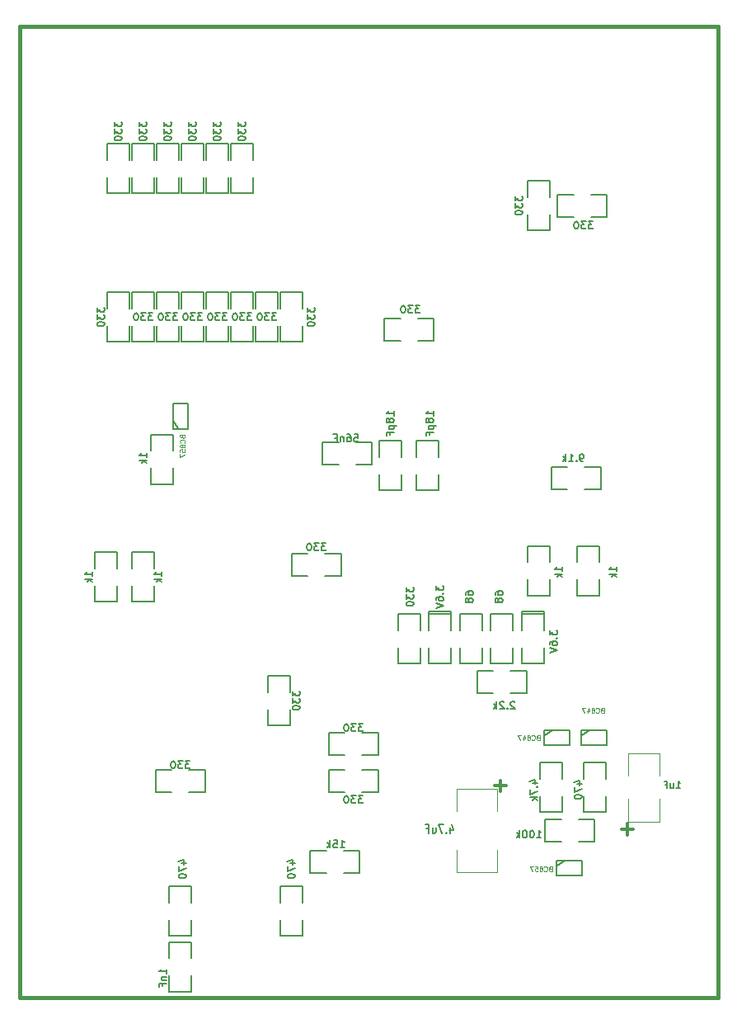
<source format=gbo>
G04 #@! TF.FileFunction,Legend,Bot*
%FSLAX46Y46*%
G04 Gerber Fmt 4.6, Leading zero omitted, Abs format (unit mm)*
G04 Created by KiCad (PCBNEW 4.0.5+dfsg1-4) date Wed May 24 13:42:23 2017*
%MOMM*%
%LPD*%
G01*
G04 APERTURE LIST*
%ADD10C,0.150000*%
%ADD11C,0.381000*%
%ADD12C,0.127000*%
%ADD13C,0.119380*%
%ADD14C,0.076200*%
%ADD15C,0.299720*%
G04 APERTURE END LIST*
D10*
D11*
X91440000Y-139700000D02*
X163195000Y-139700000D01*
X91440000Y-40005000D02*
X163195000Y-40005000D01*
X163195000Y-139700000D02*
X163195000Y-40005000D01*
X91440000Y-139700000D02*
X91440000Y-40005000D01*
D12*
X107188000Y-80518000D02*
X107696000Y-81280000D01*
X107188000Y-78740000D02*
X107188000Y-81343500D01*
X107188000Y-81343500D02*
X108712000Y-81343500D01*
X108712000Y-81343500D02*
X108712000Y-78740000D01*
X108712000Y-78740000D02*
X107188000Y-78740000D01*
X146177000Y-112268000D02*
X145415000Y-112776000D01*
X147955000Y-112268000D02*
X145351500Y-112268000D01*
X145351500Y-112268000D02*
X145351500Y-113792000D01*
X145351500Y-113792000D02*
X147955000Y-113792000D01*
X147955000Y-113792000D02*
X147955000Y-112268000D01*
X147447000Y-125603000D02*
X146685000Y-126111000D01*
X149225000Y-125603000D02*
X146621500Y-125603000D01*
X146621500Y-125603000D02*
X146621500Y-127127000D01*
X146621500Y-127127000D02*
X149225000Y-127127000D01*
X149225000Y-127127000D02*
X149225000Y-125603000D01*
X149987000Y-112268000D02*
X149225000Y-112776000D01*
X151765000Y-112268000D02*
X149161500Y-112268000D01*
X149161500Y-112268000D02*
X149161500Y-113792000D01*
X149161500Y-113792000D02*
X151765000Y-113792000D01*
X151765000Y-113792000D02*
X151765000Y-112268000D01*
X115443000Y-72390000D02*
X113157000Y-72390000D01*
X113157000Y-72390000D02*
X113157000Y-70739000D01*
X115443000Y-68961000D02*
X115443000Y-67310000D01*
X115443000Y-67310000D02*
X113157000Y-67310000D01*
X113157000Y-67310000D02*
X113157000Y-68961000D01*
X115443000Y-70739000D02*
X115443000Y-72390000D01*
X117983000Y-72390000D02*
X115697000Y-72390000D01*
X115697000Y-72390000D02*
X115697000Y-70739000D01*
X117983000Y-68961000D02*
X117983000Y-67310000D01*
X117983000Y-67310000D02*
X115697000Y-67310000D01*
X115697000Y-67310000D02*
X115697000Y-68961000D01*
X117983000Y-70739000D02*
X117983000Y-72390000D01*
X110363000Y-72390000D02*
X108077000Y-72390000D01*
X108077000Y-72390000D02*
X108077000Y-70739000D01*
X110363000Y-68961000D02*
X110363000Y-67310000D01*
X110363000Y-67310000D02*
X108077000Y-67310000D01*
X108077000Y-67310000D02*
X108077000Y-68961000D01*
X110363000Y-70739000D02*
X110363000Y-72390000D01*
X107823000Y-72390000D02*
X105537000Y-72390000D01*
X105537000Y-72390000D02*
X105537000Y-70739000D01*
X107823000Y-68961000D02*
X107823000Y-67310000D01*
X107823000Y-67310000D02*
X105537000Y-67310000D01*
X105537000Y-67310000D02*
X105537000Y-68961000D01*
X107823000Y-70739000D02*
X107823000Y-72390000D01*
X112903000Y-72390000D02*
X110617000Y-72390000D01*
X110617000Y-72390000D02*
X110617000Y-70739000D01*
X112903000Y-68961000D02*
X112903000Y-67310000D01*
X112903000Y-67310000D02*
X110617000Y-67310000D01*
X110617000Y-67310000D02*
X110617000Y-68961000D01*
X112903000Y-70739000D02*
X112903000Y-72390000D01*
X105283000Y-72390000D02*
X102997000Y-72390000D01*
X102997000Y-72390000D02*
X102997000Y-70739000D01*
X105283000Y-68961000D02*
X105283000Y-67310000D01*
X105283000Y-67310000D02*
X102997000Y-67310000D01*
X102997000Y-67310000D02*
X102997000Y-68961000D01*
X105283000Y-70739000D02*
X105283000Y-72390000D01*
X102743000Y-72390000D02*
X100457000Y-72390000D01*
X100457000Y-72390000D02*
X100457000Y-70739000D01*
X102743000Y-68961000D02*
X102743000Y-67310000D01*
X102743000Y-67310000D02*
X100457000Y-67310000D01*
X100457000Y-67310000D02*
X100457000Y-68961000D01*
X102743000Y-70739000D02*
X102743000Y-72390000D01*
X105283000Y-57150000D02*
X102997000Y-57150000D01*
X102997000Y-57150000D02*
X102997000Y-55499000D01*
X105283000Y-53721000D02*
X105283000Y-52070000D01*
X105283000Y-52070000D02*
X102997000Y-52070000D01*
X102997000Y-52070000D02*
X102997000Y-53721000D01*
X105283000Y-55499000D02*
X105283000Y-57150000D01*
X102743000Y-57150000D02*
X100457000Y-57150000D01*
X100457000Y-57150000D02*
X100457000Y-55499000D01*
X102743000Y-53721000D02*
X102743000Y-52070000D01*
X102743000Y-52070000D02*
X100457000Y-52070000D01*
X100457000Y-52070000D02*
X100457000Y-53721000D01*
X102743000Y-55499000D02*
X102743000Y-57150000D01*
X120523000Y-72390000D02*
X118237000Y-72390000D01*
X118237000Y-72390000D02*
X118237000Y-70739000D01*
X120523000Y-68961000D02*
X120523000Y-67310000D01*
X120523000Y-67310000D02*
X118237000Y-67310000D01*
X118237000Y-67310000D02*
X118237000Y-68961000D01*
X120523000Y-70739000D02*
X120523000Y-72390000D01*
X115443000Y-57150000D02*
X113157000Y-57150000D01*
X113157000Y-57150000D02*
X113157000Y-55499000D01*
X115443000Y-53721000D02*
X115443000Y-52070000D01*
X115443000Y-52070000D02*
X113157000Y-52070000D01*
X113157000Y-52070000D02*
X113157000Y-53721000D01*
X115443000Y-55499000D02*
X115443000Y-57150000D01*
X110363000Y-57150000D02*
X108077000Y-57150000D01*
X108077000Y-57150000D02*
X108077000Y-55499000D01*
X110363000Y-53721000D02*
X110363000Y-52070000D01*
X110363000Y-52070000D02*
X108077000Y-52070000D01*
X108077000Y-52070000D02*
X108077000Y-53721000D01*
X110363000Y-55499000D02*
X110363000Y-57150000D01*
X112903000Y-57150000D02*
X110617000Y-57150000D01*
X110617000Y-57150000D02*
X110617000Y-55499000D01*
X112903000Y-53721000D02*
X112903000Y-52070000D01*
X112903000Y-52070000D02*
X110617000Y-52070000D01*
X110617000Y-52070000D02*
X110617000Y-53721000D01*
X112903000Y-55499000D02*
X112903000Y-57150000D01*
X143637000Y-55880000D02*
X145923000Y-55880000D01*
X145923000Y-55880000D02*
X145923000Y-57531000D01*
X143637000Y-59309000D02*
X143637000Y-60960000D01*
X143637000Y-60960000D02*
X145923000Y-60960000D01*
X145923000Y-60960000D02*
X145923000Y-59309000D01*
X143637000Y-57531000D02*
X143637000Y-55880000D01*
X133985000Y-69977000D02*
X133985000Y-72263000D01*
X133985000Y-72263000D02*
X132334000Y-72263000D01*
X130556000Y-69977000D02*
X128905000Y-69977000D01*
X128905000Y-69977000D02*
X128905000Y-72263000D01*
X128905000Y-72263000D02*
X130556000Y-72263000D01*
X132334000Y-69977000D02*
X133985000Y-69977000D01*
X119253000Y-111760000D02*
X116967000Y-111760000D01*
X116967000Y-111760000D02*
X116967000Y-110109000D01*
X119253000Y-108331000D02*
X119253000Y-106680000D01*
X119253000Y-106680000D02*
X116967000Y-106680000D01*
X116967000Y-106680000D02*
X116967000Y-108331000D01*
X119253000Y-110109000D02*
X119253000Y-111760000D01*
X123190000Y-118618000D02*
X123190000Y-116332000D01*
X123190000Y-116332000D02*
X124841000Y-116332000D01*
X126619000Y-118618000D02*
X128270000Y-118618000D01*
X128270000Y-118618000D02*
X128270000Y-116332000D01*
X128270000Y-116332000D02*
X126619000Y-116332000D01*
X124841000Y-118618000D02*
X123190000Y-118618000D01*
X110490000Y-116332000D02*
X110490000Y-118618000D01*
X110490000Y-118618000D02*
X108839000Y-118618000D01*
X107061000Y-116332000D02*
X105410000Y-116332000D01*
X105410000Y-116332000D02*
X105410000Y-118618000D01*
X105410000Y-118618000D02*
X107061000Y-118618000D01*
X108839000Y-116332000D02*
X110490000Y-116332000D01*
X107823000Y-57150000D02*
X105537000Y-57150000D01*
X105537000Y-57150000D02*
X105537000Y-55499000D01*
X107823000Y-53721000D02*
X107823000Y-52070000D01*
X107823000Y-52070000D02*
X105537000Y-52070000D01*
X105537000Y-52070000D02*
X105537000Y-53721000D01*
X107823000Y-55499000D02*
X107823000Y-57150000D01*
X106807000Y-133985000D02*
X109093000Y-133985000D01*
X109093000Y-133985000D02*
X109093000Y-135636000D01*
X106807000Y-137414000D02*
X106807000Y-139065000D01*
X106807000Y-139065000D02*
X109093000Y-139065000D01*
X109093000Y-139065000D02*
X109093000Y-137414000D01*
X106807000Y-135636000D02*
X106807000Y-133985000D01*
X104902000Y-81915000D02*
X107188000Y-81915000D01*
X107188000Y-81915000D02*
X107188000Y-83566000D01*
X104902000Y-85344000D02*
X104902000Y-86995000D01*
X104902000Y-86995000D02*
X107188000Y-86995000D01*
X107188000Y-86995000D02*
X107188000Y-85344000D01*
X104902000Y-83566000D02*
X104902000Y-81915000D01*
D13*
X157175200Y-114609880D02*
X153974800Y-114609880D01*
X157175200Y-121610120D02*
X153974800Y-121610120D01*
X153969720Y-116913660D02*
X153969720Y-114627660D01*
X157180280Y-114627660D02*
X157180280Y-116913660D01*
X157180280Y-119308880D02*
X157180280Y-121594880D01*
X153969720Y-121594880D02*
X153969720Y-119308880D01*
D12*
X122555000Y-84963000D02*
X122555000Y-82677000D01*
X122555000Y-82677000D02*
X124206000Y-82677000D01*
X125984000Y-84963000D02*
X127635000Y-84963000D01*
X127635000Y-84963000D02*
X127635000Y-82677000D01*
X127635000Y-82677000D02*
X125984000Y-82677000D01*
X124206000Y-84963000D02*
X122555000Y-84963000D01*
D13*
X136329420Y-118254780D02*
X140530580Y-118254780D01*
X136329420Y-126855220D02*
X140530580Y-126855220D01*
X140535660Y-124551440D02*
X140535660Y-126837440D01*
X136324340Y-126837440D02*
X136324340Y-124551440D01*
X136324340Y-120556020D02*
X136324340Y-118270020D01*
X140535660Y-118272560D02*
X140535660Y-120558560D01*
D12*
X106807000Y-128270000D02*
X109093000Y-128270000D01*
X109093000Y-128270000D02*
X109093000Y-129921000D01*
X106807000Y-131699000D02*
X106807000Y-133350000D01*
X106807000Y-133350000D02*
X109093000Y-133350000D01*
X109093000Y-133350000D02*
X109093000Y-131699000D01*
X106807000Y-129921000D02*
X106807000Y-128270000D01*
X124460000Y-94107000D02*
X124460000Y-96393000D01*
X124460000Y-96393000D02*
X122809000Y-96393000D01*
X121031000Y-94107000D02*
X119380000Y-94107000D01*
X119380000Y-94107000D02*
X119380000Y-96393000D01*
X119380000Y-96393000D02*
X121031000Y-96393000D01*
X122809000Y-94107000D02*
X124460000Y-94107000D01*
X132207000Y-82550000D02*
X134493000Y-82550000D01*
X134493000Y-82550000D02*
X134493000Y-84201000D01*
X132207000Y-85979000D02*
X132207000Y-87630000D01*
X132207000Y-87630000D02*
X134493000Y-87630000D01*
X134493000Y-87630000D02*
X134493000Y-85979000D01*
X132207000Y-84201000D02*
X132207000Y-82550000D01*
X146050000Y-87503000D02*
X146050000Y-85217000D01*
X146050000Y-85217000D02*
X147701000Y-85217000D01*
X149479000Y-87503000D02*
X151130000Y-87503000D01*
X151130000Y-87503000D02*
X151130000Y-85217000D01*
X151130000Y-85217000D02*
X149479000Y-85217000D01*
X147701000Y-87503000D02*
X146050000Y-87503000D01*
X99187000Y-93980000D02*
X101473000Y-93980000D01*
X101473000Y-93980000D02*
X101473000Y-95631000D01*
X99187000Y-97409000D02*
X99187000Y-99060000D01*
X99187000Y-99060000D02*
X101473000Y-99060000D01*
X101473000Y-99060000D02*
X101473000Y-97409000D01*
X99187000Y-95631000D02*
X99187000Y-93980000D01*
X102997000Y-93980000D02*
X105283000Y-93980000D01*
X105283000Y-93980000D02*
X105283000Y-95631000D01*
X102997000Y-97409000D02*
X102997000Y-99060000D01*
X102997000Y-99060000D02*
X105283000Y-99060000D01*
X105283000Y-99060000D02*
X105283000Y-97409000D01*
X102997000Y-95631000D02*
X102997000Y-93980000D01*
X151638000Y-120650000D02*
X149352000Y-120650000D01*
X149352000Y-120650000D02*
X149352000Y-118999000D01*
X151638000Y-117221000D02*
X151638000Y-115570000D01*
X151638000Y-115570000D02*
X149352000Y-115570000D01*
X149352000Y-115570000D02*
X149352000Y-117221000D01*
X151638000Y-118999000D02*
X151638000Y-120650000D01*
X151003000Y-98425000D02*
X148717000Y-98425000D01*
X148717000Y-98425000D02*
X148717000Y-96774000D01*
X151003000Y-94996000D02*
X151003000Y-93345000D01*
X151003000Y-93345000D02*
X148717000Y-93345000D01*
X148717000Y-93345000D02*
X148717000Y-94996000D01*
X151003000Y-96774000D02*
X151003000Y-98425000D01*
X146685000Y-59563000D02*
X146685000Y-57277000D01*
X146685000Y-57277000D02*
X148336000Y-57277000D01*
X150114000Y-59563000D02*
X151765000Y-59563000D01*
X151765000Y-59563000D02*
X151765000Y-57277000D01*
X151765000Y-57277000D02*
X150114000Y-57277000D01*
X148336000Y-59563000D02*
X146685000Y-59563000D01*
X118237000Y-128270000D02*
X120523000Y-128270000D01*
X120523000Y-128270000D02*
X120523000Y-129921000D01*
X118237000Y-131699000D02*
X118237000Y-133350000D01*
X118237000Y-133350000D02*
X120523000Y-133350000D01*
X120523000Y-133350000D02*
X120523000Y-131699000D01*
X118237000Y-129921000D02*
X118237000Y-128270000D01*
X128270000Y-112522000D02*
X128270000Y-114808000D01*
X128270000Y-114808000D02*
X126619000Y-114808000D01*
X124841000Y-112522000D02*
X123190000Y-112522000D01*
X123190000Y-112522000D02*
X123190000Y-114808000D01*
X123190000Y-114808000D02*
X124841000Y-114808000D01*
X126619000Y-112522000D02*
X128270000Y-112522000D01*
X130302000Y-100330000D02*
X132588000Y-100330000D01*
X132588000Y-100330000D02*
X132588000Y-101981000D01*
X130302000Y-103759000D02*
X130302000Y-105410000D01*
X130302000Y-105410000D02*
X132588000Y-105410000D01*
X132588000Y-105410000D02*
X132588000Y-103759000D01*
X130302000Y-101981000D02*
X130302000Y-100330000D01*
X128397000Y-82550000D02*
X130683000Y-82550000D01*
X130683000Y-82550000D02*
X130683000Y-84201000D01*
X128397000Y-85979000D02*
X128397000Y-87630000D01*
X128397000Y-87630000D02*
X130683000Y-87630000D01*
X130683000Y-87630000D02*
X130683000Y-85979000D01*
X128397000Y-84201000D02*
X128397000Y-82550000D01*
X147193000Y-120650000D02*
X144907000Y-120650000D01*
X144907000Y-120650000D02*
X144907000Y-118999000D01*
X147193000Y-117221000D02*
X147193000Y-115570000D01*
X147193000Y-115570000D02*
X144907000Y-115570000D01*
X144907000Y-115570000D02*
X144907000Y-117221000D01*
X147193000Y-118999000D02*
X147193000Y-120650000D01*
X138938000Y-105410000D02*
X136652000Y-105410000D01*
X136652000Y-105410000D02*
X136652000Y-103759000D01*
X138938000Y-101981000D02*
X138938000Y-100330000D01*
X138938000Y-100330000D02*
X136652000Y-100330000D01*
X136652000Y-100330000D02*
X136652000Y-101981000D01*
X138938000Y-103759000D02*
X138938000Y-105410000D01*
X142113000Y-105410000D02*
X139827000Y-105410000D01*
X139827000Y-105410000D02*
X139827000Y-103759000D01*
X142113000Y-101981000D02*
X142113000Y-100330000D01*
X142113000Y-100330000D02*
X139827000Y-100330000D01*
X139827000Y-100330000D02*
X139827000Y-101981000D01*
X142113000Y-103759000D02*
X142113000Y-105410000D01*
X138430000Y-108458000D02*
X138430000Y-106172000D01*
X138430000Y-106172000D02*
X140081000Y-106172000D01*
X141859000Y-108458000D02*
X143510000Y-108458000D01*
X143510000Y-108458000D02*
X143510000Y-106172000D01*
X143510000Y-106172000D02*
X141859000Y-106172000D01*
X140081000Y-108458000D02*
X138430000Y-108458000D01*
X145923000Y-98425000D02*
X143637000Y-98425000D01*
X143637000Y-98425000D02*
X143637000Y-96774000D01*
X145923000Y-94996000D02*
X145923000Y-93345000D01*
X145923000Y-93345000D02*
X143637000Y-93345000D01*
X143637000Y-93345000D02*
X143637000Y-94996000D01*
X145923000Y-96774000D02*
X145923000Y-98425000D01*
X150495000Y-121412000D02*
X150495000Y-123698000D01*
X150495000Y-123698000D02*
X148844000Y-123698000D01*
X147066000Y-121412000D02*
X145415000Y-121412000D01*
X145415000Y-121412000D02*
X145415000Y-123698000D01*
X145415000Y-123698000D02*
X147066000Y-123698000D01*
X148844000Y-121412000D02*
X150495000Y-121412000D01*
X121285000Y-126873000D02*
X121285000Y-124587000D01*
X121285000Y-124587000D02*
X122936000Y-124587000D01*
X124714000Y-126873000D02*
X126365000Y-126873000D01*
X126365000Y-126873000D02*
X126365000Y-124587000D01*
X126365000Y-124587000D02*
X124714000Y-124587000D01*
X122936000Y-126873000D02*
X121285000Y-126873000D01*
X133477000Y-100330000D02*
X133477000Y-100076000D01*
X133477000Y-100076000D02*
X135763000Y-100076000D01*
X135763000Y-100076000D02*
X135763000Y-100330000D01*
X133477000Y-100330000D02*
X135763000Y-100330000D01*
X135763000Y-100330000D02*
X135763000Y-101981000D01*
X133477000Y-103759000D02*
X133477000Y-105410000D01*
X133477000Y-105410000D02*
X135763000Y-105410000D01*
X135763000Y-105410000D02*
X135763000Y-103759000D01*
X133477000Y-101981000D02*
X133477000Y-100330000D01*
X143002000Y-100330000D02*
X143002000Y-100076000D01*
X143002000Y-100076000D02*
X145288000Y-100076000D01*
X145288000Y-100076000D02*
X145288000Y-100330000D01*
X143002000Y-100330000D02*
X145288000Y-100330000D01*
X145288000Y-100330000D02*
X145288000Y-101981000D01*
X143002000Y-103759000D02*
X143002000Y-105410000D01*
X143002000Y-105410000D02*
X145288000Y-105410000D01*
X145288000Y-105410000D02*
X145288000Y-103759000D01*
X143002000Y-101981000D02*
X143002000Y-100330000D01*
D14*
X108168259Y-82128723D02*
X108192086Y-82200206D01*
X108215914Y-82224034D01*
X108263569Y-82247862D01*
X108335052Y-82247862D01*
X108382707Y-82224034D01*
X108406535Y-82200206D01*
X108430362Y-82152551D01*
X108430362Y-81961930D01*
X107929982Y-81961930D01*
X107929982Y-82128723D01*
X107953810Y-82176379D01*
X107977638Y-82200206D01*
X108025293Y-82224034D01*
X108072948Y-82224034D01*
X108120603Y-82200206D01*
X108144431Y-82176379D01*
X108168259Y-82128723D01*
X108168259Y-81961930D01*
X108382707Y-82748242D02*
X108406535Y-82724414D01*
X108430362Y-82652931D01*
X108430362Y-82605276D01*
X108406535Y-82533793D01*
X108358880Y-82486138D01*
X108311224Y-82462310D01*
X108215914Y-82438482D01*
X108144431Y-82438482D01*
X108049120Y-82462310D01*
X108001465Y-82486138D01*
X107953810Y-82533793D01*
X107929982Y-82605276D01*
X107929982Y-82652931D01*
X107953810Y-82724414D01*
X107977638Y-82748242D01*
X108144431Y-83034173D02*
X108120603Y-82986518D01*
X108096776Y-82962690D01*
X108049120Y-82938862D01*
X108025293Y-82938862D01*
X107977638Y-82962690D01*
X107953810Y-82986518D01*
X107929982Y-83034173D01*
X107929982Y-83129483D01*
X107953810Y-83177139D01*
X107977638Y-83200966D01*
X108025293Y-83224794D01*
X108049120Y-83224794D01*
X108096776Y-83200966D01*
X108120603Y-83177139D01*
X108144431Y-83129483D01*
X108144431Y-83034173D01*
X108168259Y-82986518D01*
X108192086Y-82962690D01*
X108239741Y-82938862D01*
X108335052Y-82938862D01*
X108382707Y-82962690D01*
X108406535Y-82986518D01*
X108430362Y-83034173D01*
X108430362Y-83129483D01*
X108406535Y-83177139D01*
X108382707Y-83200966D01*
X108335052Y-83224794D01*
X108239741Y-83224794D01*
X108192086Y-83200966D01*
X108168259Y-83177139D01*
X108144431Y-83129483D01*
X107929982Y-83677518D02*
X107929982Y-83439242D01*
X108168259Y-83415414D01*
X108144431Y-83439242D01*
X108120603Y-83486897D01*
X108120603Y-83606035D01*
X108144431Y-83653691D01*
X108168259Y-83677518D01*
X108215914Y-83701346D01*
X108335052Y-83701346D01*
X108382707Y-83677518D01*
X108406535Y-83653691D01*
X108430362Y-83606035D01*
X108430362Y-83486897D01*
X108406535Y-83439242D01*
X108382707Y-83415414D01*
X107929982Y-83868139D02*
X107929982Y-84201726D01*
X108430362Y-83987277D01*
X144693277Y-112994259D02*
X144621794Y-113018086D01*
X144597966Y-113041914D01*
X144574138Y-113089569D01*
X144574138Y-113161052D01*
X144597966Y-113208707D01*
X144621794Y-113232535D01*
X144669449Y-113256362D01*
X144860070Y-113256362D01*
X144860070Y-112755982D01*
X144693277Y-112755982D01*
X144645621Y-112779810D01*
X144621794Y-112803638D01*
X144597966Y-112851293D01*
X144597966Y-112898948D01*
X144621794Y-112946603D01*
X144645621Y-112970431D01*
X144693277Y-112994259D01*
X144860070Y-112994259D01*
X144073758Y-113208707D02*
X144097586Y-113232535D01*
X144169069Y-113256362D01*
X144216724Y-113256362D01*
X144288207Y-113232535D01*
X144335862Y-113184880D01*
X144359690Y-113137224D01*
X144383518Y-113041914D01*
X144383518Y-112970431D01*
X144359690Y-112875120D01*
X144335862Y-112827465D01*
X144288207Y-112779810D01*
X144216724Y-112755982D01*
X144169069Y-112755982D01*
X144097586Y-112779810D01*
X144073758Y-112803638D01*
X143787827Y-112970431D02*
X143835482Y-112946603D01*
X143859310Y-112922776D01*
X143883138Y-112875120D01*
X143883138Y-112851293D01*
X143859310Y-112803638D01*
X143835482Y-112779810D01*
X143787827Y-112755982D01*
X143692517Y-112755982D01*
X143644861Y-112779810D01*
X143621034Y-112803638D01*
X143597206Y-112851293D01*
X143597206Y-112875120D01*
X143621034Y-112922776D01*
X143644861Y-112946603D01*
X143692517Y-112970431D01*
X143787827Y-112970431D01*
X143835482Y-112994259D01*
X143859310Y-113018086D01*
X143883138Y-113065741D01*
X143883138Y-113161052D01*
X143859310Y-113208707D01*
X143835482Y-113232535D01*
X143787827Y-113256362D01*
X143692517Y-113256362D01*
X143644861Y-113232535D01*
X143621034Y-113208707D01*
X143597206Y-113161052D01*
X143597206Y-113065741D01*
X143621034Y-113018086D01*
X143644861Y-112994259D01*
X143692517Y-112970431D01*
X143168309Y-112922776D02*
X143168309Y-113256362D01*
X143287447Y-112732155D02*
X143406586Y-113089569D01*
X143096826Y-113089569D01*
X142953861Y-112755982D02*
X142620274Y-112755982D01*
X142834723Y-113256362D01*
X145963277Y-126456259D02*
X145891794Y-126480086D01*
X145867966Y-126503914D01*
X145844138Y-126551569D01*
X145844138Y-126623052D01*
X145867966Y-126670707D01*
X145891794Y-126694535D01*
X145939449Y-126718362D01*
X146130070Y-126718362D01*
X146130070Y-126217982D01*
X145963277Y-126217982D01*
X145915621Y-126241810D01*
X145891794Y-126265638D01*
X145867966Y-126313293D01*
X145867966Y-126360948D01*
X145891794Y-126408603D01*
X145915621Y-126432431D01*
X145963277Y-126456259D01*
X146130070Y-126456259D01*
X145343758Y-126670707D02*
X145367586Y-126694535D01*
X145439069Y-126718362D01*
X145486724Y-126718362D01*
X145558207Y-126694535D01*
X145605862Y-126646880D01*
X145629690Y-126599224D01*
X145653518Y-126503914D01*
X145653518Y-126432431D01*
X145629690Y-126337120D01*
X145605862Y-126289465D01*
X145558207Y-126241810D01*
X145486724Y-126217982D01*
X145439069Y-126217982D01*
X145367586Y-126241810D01*
X145343758Y-126265638D01*
X145057827Y-126432431D02*
X145105482Y-126408603D01*
X145129310Y-126384776D01*
X145153138Y-126337120D01*
X145153138Y-126313293D01*
X145129310Y-126265638D01*
X145105482Y-126241810D01*
X145057827Y-126217982D01*
X144962517Y-126217982D01*
X144914861Y-126241810D01*
X144891034Y-126265638D01*
X144867206Y-126313293D01*
X144867206Y-126337120D01*
X144891034Y-126384776D01*
X144914861Y-126408603D01*
X144962517Y-126432431D01*
X145057827Y-126432431D01*
X145105482Y-126456259D01*
X145129310Y-126480086D01*
X145153138Y-126527741D01*
X145153138Y-126623052D01*
X145129310Y-126670707D01*
X145105482Y-126694535D01*
X145057827Y-126718362D01*
X144962517Y-126718362D01*
X144914861Y-126694535D01*
X144891034Y-126670707D01*
X144867206Y-126623052D01*
X144867206Y-126527741D01*
X144891034Y-126480086D01*
X144914861Y-126456259D01*
X144962517Y-126432431D01*
X144414482Y-126217982D02*
X144652758Y-126217982D01*
X144676586Y-126456259D01*
X144652758Y-126432431D01*
X144605103Y-126408603D01*
X144485965Y-126408603D01*
X144438309Y-126432431D01*
X144414482Y-126456259D01*
X144390654Y-126503914D01*
X144390654Y-126623052D01*
X144414482Y-126670707D01*
X144438309Y-126694535D01*
X144485965Y-126718362D01*
X144605103Y-126718362D01*
X144652758Y-126694535D01*
X144676586Y-126670707D01*
X144223861Y-126217982D02*
X143890274Y-126217982D01*
X144104723Y-126718362D01*
X151297277Y-110200259D02*
X151225794Y-110224086D01*
X151201966Y-110247914D01*
X151178138Y-110295569D01*
X151178138Y-110367052D01*
X151201966Y-110414707D01*
X151225794Y-110438535D01*
X151273449Y-110462362D01*
X151464070Y-110462362D01*
X151464070Y-109961982D01*
X151297277Y-109961982D01*
X151249621Y-109985810D01*
X151225794Y-110009638D01*
X151201966Y-110057293D01*
X151201966Y-110104948D01*
X151225794Y-110152603D01*
X151249621Y-110176431D01*
X151297277Y-110200259D01*
X151464070Y-110200259D01*
X150677758Y-110414707D02*
X150701586Y-110438535D01*
X150773069Y-110462362D01*
X150820724Y-110462362D01*
X150892207Y-110438535D01*
X150939862Y-110390880D01*
X150963690Y-110343224D01*
X150987518Y-110247914D01*
X150987518Y-110176431D01*
X150963690Y-110081120D01*
X150939862Y-110033465D01*
X150892207Y-109985810D01*
X150820724Y-109961982D01*
X150773069Y-109961982D01*
X150701586Y-109985810D01*
X150677758Y-110009638D01*
X150391827Y-110176431D02*
X150439482Y-110152603D01*
X150463310Y-110128776D01*
X150487138Y-110081120D01*
X150487138Y-110057293D01*
X150463310Y-110009638D01*
X150439482Y-109985810D01*
X150391827Y-109961982D01*
X150296517Y-109961982D01*
X150248861Y-109985810D01*
X150225034Y-110009638D01*
X150201206Y-110057293D01*
X150201206Y-110081120D01*
X150225034Y-110128776D01*
X150248861Y-110152603D01*
X150296517Y-110176431D01*
X150391827Y-110176431D01*
X150439482Y-110200259D01*
X150463310Y-110224086D01*
X150487138Y-110271741D01*
X150487138Y-110367052D01*
X150463310Y-110414707D01*
X150439482Y-110438535D01*
X150391827Y-110462362D01*
X150296517Y-110462362D01*
X150248861Y-110438535D01*
X150225034Y-110414707D01*
X150201206Y-110367052D01*
X150201206Y-110271741D01*
X150225034Y-110224086D01*
X150248861Y-110200259D01*
X150296517Y-110176431D01*
X149772309Y-110128776D02*
X149772309Y-110462362D01*
X149891447Y-109938155D02*
X150010586Y-110295569D01*
X149700826Y-110295569D01*
X149557861Y-109961982D02*
X149224274Y-109961982D01*
X149438723Y-110462362D01*
D12*
X115279714Y-69432714D02*
X114808000Y-69432714D01*
X115062000Y-69723000D01*
X114953142Y-69723000D01*
X114880571Y-69759286D01*
X114844285Y-69795571D01*
X114808000Y-69868143D01*
X114808000Y-70049571D01*
X114844285Y-70122143D01*
X114880571Y-70158429D01*
X114953142Y-70194714D01*
X115170857Y-70194714D01*
X115243428Y-70158429D01*
X115279714Y-70122143D01*
X114554000Y-69432714D02*
X114082286Y-69432714D01*
X114336286Y-69723000D01*
X114227428Y-69723000D01*
X114154857Y-69759286D01*
X114118571Y-69795571D01*
X114082286Y-69868143D01*
X114082286Y-70049571D01*
X114118571Y-70122143D01*
X114154857Y-70158429D01*
X114227428Y-70194714D01*
X114445143Y-70194714D01*
X114517714Y-70158429D01*
X114554000Y-70122143D01*
X113610572Y-69432714D02*
X113538000Y-69432714D01*
X113465429Y-69469000D01*
X113429143Y-69505286D01*
X113392857Y-69577857D01*
X113356572Y-69723000D01*
X113356572Y-69904429D01*
X113392857Y-70049571D01*
X113429143Y-70122143D01*
X113465429Y-70158429D01*
X113538000Y-70194714D01*
X113610572Y-70194714D01*
X113683143Y-70158429D01*
X113719429Y-70122143D01*
X113755714Y-70049571D01*
X113792000Y-69904429D01*
X113792000Y-69723000D01*
X113755714Y-69577857D01*
X113719429Y-69505286D01*
X113683143Y-69469000D01*
X113610572Y-69432714D01*
X117819714Y-69432714D02*
X117348000Y-69432714D01*
X117602000Y-69723000D01*
X117493142Y-69723000D01*
X117420571Y-69759286D01*
X117384285Y-69795571D01*
X117348000Y-69868143D01*
X117348000Y-70049571D01*
X117384285Y-70122143D01*
X117420571Y-70158429D01*
X117493142Y-70194714D01*
X117710857Y-70194714D01*
X117783428Y-70158429D01*
X117819714Y-70122143D01*
X117094000Y-69432714D02*
X116622286Y-69432714D01*
X116876286Y-69723000D01*
X116767428Y-69723000D01*
X116694857Y-69759286D01*
X116658571Y-69795571D01*
X116622286Y-69868143D01*
X116622286Y-70049571D01*
X116658571Y-70122143D01*
X116694857Y-70158429D01*
X116767428Y-70194714D01*
X116985143Y-70194714D01*
X117057714Y-70158429D01*
X117094000Y-70122143D01*
X116150572Y-69432714D02*
X116078000Y-69432714D01*
X116005429Y-69469000D01*
X115969143Y-69505286D01*
X115932857Y-69577857D01*
X115896572Y-69723000D01*
X115896572Y-69904429D01*
X115932857Y-70049571D01*
X115969143Y-70122143D01*
X116005429Y-70158429D01*
X116078000Y-70194714D01*
X116150572Y-70194714D01*
X116223143Y-70158429D01*
X116259429Y-70122143D01*
X116295714Y-70049571D01*
X116332000Y-69904429D01*
X116332000Y-69723000D01*
X116295714Y-69577857D01*
X116259429Y-69505286D01*
X116223143Y-69469000D01*
X116150572Y-69432714D01*
X110199714Y-69432714D02*
X109728000Y-69432714D01*
X109982000Y-69723000D01*
X109873142Y-69723000D01*
X109800571Y-69759286D01*
X109764285Y-69795571D01*
X109728000Y-69868143D01*
X109728000Y-70049571D01*
X109764285Y-70122143D01*
X109800571Y-70158429D01*
X109873142Y-70194714D01*
X110090857Y-70194714D01*
X110163428Y-70158429D01*
X110199714Y-70122143D01*
X109474000Y-69432714D02*
X109002286Y-69432714D01*
X109256286Y-69723000D01*
X109147428Y-69723000D01*
X109074857Y-69759286D01*
X109038571Y-69795571D01*
X109002286Y-69868143D01*
X109002286Y-70049571D01*
X109038571Y-70122143D01*
X109074857Y-70158429D01*
X109147428Y-70194714D01*
X109365143Y-70194714D01*
X109437714Y-70158429D01*
X109474000Y-70122143D01*
X108530572Y-69432714D02*
X108458000Y-69432714D01*
X108385429Y-69469000D01*
X108349143Y-69505286D01*
X108312857Y-69577857D01*
X108276572Y-69723000D01*
X108276572Y-69904429D01*
X108312857Y-70049571D01*
X108349143Y-70122143D01*
X108385429Y-70158429D01*
X108458000Y-70194714D01*
X108530572Y-70194714D01*
X108603143Y-70158429D01*
X108639429Y-70122143D01*
X108675714Y-70049571D01*
X108712000Y-69904429D01*
X108712000Y-69723000D01*
X108675714Y-69577857D01*
X108639429Y-69505286D01*
X108603143Y-69469000D01*
X108530572Y-69432714D01*
X107659714Y-69432714D02*
X107188000Y-69432714D01*
X107442000Y-69723000D01*
X107333142Y-69723000D01*
X107260571Y-69759286D01*
X107224285Y-69795571D01*
X107188000Y-69868143D01*
X107188000Y-70049571D01*
X107224285Y-70122143D01*
X107260571Y-70158429D01*
X107333142Y-70194714D01*
X107550857Y-70194714D01*
X107623428Y-70158429D01*
X107659714Y-70122143D01*
X106934000Y-69432714D02*
X106462286Y-69432714D01*
X106716286Y-69723000D01*
X106607428Y-69723000D01*
X106534857Y-69759286D01*
X106498571Y-69795571D01*
X106462286Y-69868143D01*
X106462286Y-70049571D01*
X106498571Y-70122143D01*
X106534857Y-70158429D01*
X106607428Y-70194714D01*
X106825143Y-70194714D01*
X106897714Y-70158429D01*
X106934000Y-70122143D01*
X105990572Y-69432714D02*
X105918000Y-69432714D01*
X105845429Y-69469000D01*
X105809143Y-69505286D01*
X105772857Y-69577857D01*
X105736572Y-69723000D01*
X105736572Y-69904429D01*
X105772857Y-70049571D01*
X105809143Y-70122143D01*
X105845429Y-70158429D01*
X105918000Y-70194714D01*
X105990572Y-70194714D01*
X106063143Y-70158429D01*
X106099429Y-70122143D01*
X106135714Y-70049571D01*
X106172000Y-69904429D01*
X106172000Y-69723000D01*
X106135714Y-69577857D01*
X106099429Y-69505286D01*
X106063143Y-69469000D01*
X105990572Y-69432714D01*
X112739714Y-69432714D02*
X112268000Y-69432714D01*
X112522000Y-69723000D01*
X112413142Y-69723000D01*
X112340571Y-69759286D01*
X112304285Y-69795571D01*
X112268000Y-69868143D01*
X112268000Y-70049571D01*
X112304285Y-70122143D01*
X112340571Y-70158429D01*
X112413142Y-70194714D01*
X112630857Y-70194714D01*
X112703428Y-70158429D01*
X112739714Y-70122143D01*
X112014000Y-69432714D02*
X111542286Y-69432714D01*
X111796286Y-69723000D01*
X111687428Y-69723000D01*
X111614857Y-69759286D01*
X111578571Y-69795571D01*
X111542286Y-69868143D01*
X111542286Y-70049571D01*
X111578571Y-70122143D01*
X111614857Y-70158429D01*
X111687428Y-70194714D01*
X111905143Y-70194714D01*
X111977714Y-70158429D01*
X112014000Y-70122143D01*
X111070572Y-69432714D02*
X110998000Y-69432714D01*
X110925429Y-69469000D01*
X110889143Y-69505286D01*
X110852857Y-69577857D01*
X110816572Y-69723000D01*
X110816572Y-69904429D01*
X110852857Y-70049571D01*
X110889143Y-70122143D01*
X110925429Y-70158429D01*
X110998000Y-70194714D01*
X111070572Y-70194714D01*
X111143143Y-70158429D01*
X111179429Y-70122143D01*
X111215714Y-70049571D01*
X111252000Y-69904429D01*
X111252000Y-69723000D01*
X111215714Y-69577857D01*
X111179429Y-69505286D01*
X111143143Y-69469000D01*
X111070572Y-69432714D01*
X105119714Y-69432714D02*
X104648000Y-69432714D01*
X104902000Y-69723000D01*
X104793142Y-69723000D01*
X104720571Y-69759286D01*
X104684285Y-69795571D01*
X104648000Y-69868143D01*
X104648000Y-70049571D01*
X104684285Y-70122143D01*
X104720571Y-70158429D01*
X104793142Y-70194714D01*
X105010857Y-70194714D01*
X105083428Y-70158429D01*
X105119714Y-70122143D01*
X104394000Y-69432714D02*
X103922286Y-69432714D01*
X104176286Y-69723000D01*
X104067428Y-69723000D01*
X103994857Y-69759286D01*
X103958571Y-69795571D01*
X103922286Y-69868143D01*
X103922286Y-70049571D01*
X103958571Y-70122143D01*
X103994857Y-70158429D01*
X104067428Y-70194714D01*
X104285143Y-70194714D01*
X104357714Y-70158429D01*
X104394000Y-70122143D01*
X103450572Y-69432714D02*
X103378000Y-69432714D01*
X103305429Y-69469000D01*
X103269143Y-69505286D01*
X103232857Y-69577857D01*
X103196572Y-69723000D01*
X103196572Y-69904429D01*
X103232857Y-70049571D01*
X103269143Y-70122143D01*
X103305429Y-70158429D01*
X103378000Y-70194714D01*
X103450572Y-70194714D01*
X103523143Y-70158429D01*
X103559429Y-70122143D01*
X103595714Y-70049571D01*
X103632000Y-69904429D01*
X103632000Y-69723000D01*
X103595714Y-69577857D01*
X103559429Y-69505286D01*
X103523143Y-69469000D01*
X103450572Y-69432714D01*
X99404714Y-68870286D02*
X99404714Y-69342000D01*
X99695000Y-69088000D01*
X99695000Y-69196858D01*
X99731286Y-69269429D01*
X99767571Y-69305715D01*
X99840143Y-69342000D01*
X100021571Y-69342000D01*
X100094143Y-69305715D01*
X100130429Y-69269429D01*
X100166714Y-69196858D01*
X100166714Y-68979143D01*
X100130429Y-68906572D01*
X100094143Y-68870286D01*
X99404714Y-69596000D02*
X99404714Y-70067714D01*
X99695000Y-69813714D01*
X99695000Y-69922572D01*
X99731286Y-69995143D01*
X99767571Y-70031429D01*
X99840143Y-70067714D01*
X100021571Y-70067714D01*
X100094143Y-70031429D01*
X100130429Y-69995143D01*
X100166714Y-69922572D01*
X100166714Y-69704857D01*
X100130429Y-69632286D01*
X100094143Y-69596000D01*
X99404714Y-70539428D02*
X99404714Y-70612000D01*
X99441000Y-70684571D01*
X99477286Y-70720857D01*
X99549857Y-70757143D01*
X99695000Y-70793428D01*
X99876429Y-70793428D01*
X100021571Y-70757143D01*
X100094143Y-70720857D01*
X100130429Y-70684571D01*
X100166714Y-70612000D01*
X100166714Y-70539428D01*
X100130429Y-70466857D01*
X100094143Y-70430571D01*
X100021571Y-70394286D01*
X99876429Y-70358000D01*
X99695000Y-70358000D01*
X99549857Y-70394286D01*
X99477286Y-70430571D01*
X99441000Y-70466857D01*
X99404714Y-70539428D01*
X103722714Y-49820286D02*
X103722714Y-50292000D01*
X104013000Y-50038000D01*
X104013000Y-50146858D01*
X104049286Y-50219429D01*
X104085571Y-50255715D01*
X104158143Y-50292000D01*
X104339571Y-50292000D01*
X104412143Y-50255715D01*
X104448429Y-50219429D01*
X104484714Y-50146858D01*
X104484714Y-49929143D01*
X104448429Y-49856572D01*
X104412143Y-49820286D01*
X103722714Y-50546000D02*
X103722714Y-51017714D01*
X104013000Y-50763714D01*
X104013000Y-50872572D01*
X104049286Y-50945143D01*
X104085571Y-50981429D01*
X104158143Y-51017714D01*
X104339571Y-51017714D01*
X104412143Y-50981429D01*
X104448429Y-50945143D01*
X104484714Y-50872572D01*
X104484714Y-50654857D01*
X104448429Y-50582286D01*
X104412143Y-50546000D01*
X103722714Y-51489428D02*
X103722714Y-51562000D01*
X103759000Y-51634571D01*
X103795286Y-51670857D01*
X103867857Y-51707143D01*
X104013000Y-51743428D01*
X104194429Y-51743428D01*
X104339571Y-51707143D01*
X104412143Y-51670857D01*
X104448429Y-51634571D01*
X104484714Y-51562000D01*
X104484714Y-51489428D01*
X104448429Y-51416857D01*
X104412143Y-51380571D01*
X104339571Y-51344286D01*
X104194429Y-51308000D01*
X104013000Y-51308000D01*
X103867857Y-51344286D01*
X103795286Y-51380571D01*
X103759000Y-51416857D01*
X103722714Y-51489428D01*
X101182714Y-49820286D02*
X101182714Y-50292000D01*
X101473000Y-50038000D01*
X101473000Y-50146858D01*
X101509286Y-50219429D01*
X101545571Y-50255715D01*
X101618143Y-50292000D01*
X101799571Y-50292000D01*
X101872143Y-50255715D01*
X101908429Y-50219429D01*
X101944714Y-50146858D01*
X101944714Y-49929143D01*
X101908429Y-49856572D01*
X101872143Y-49820286D01*
X101182714Y-50546000D02*
X101182714Y-51017714D01*
X101473000Y-50763714D01*
X101473000Y-50872572D01*
X101509286Y-50945143D01*
X101545571Y-50981429D01*
X101618143Y-51017714D01*
X101799571Y-51017714D01*
X101872143Y-50981429D01*
X101908429Y-50945143D01*
X101944714Y-50872572D01*
X101944714Y-50654857D01*
X101908429Y-50582286D01*
X101872143Y-50546000D01*
X101182714Y-51489428D02*
X101182714Y-51562000D01*
X101219000Y-51634571D01*
X101255286Y-51670857D01*
X101327857Y-51707143D01*
X101473000Y-51743428D01*
X101654429Y-51743428D01*
X101799571Y-51707143D01*
X101872143Y-51670857D01*
X101908429Y-51634571D01*
X101944714Y-51562000D01*
X101944714Y-51489428D01*
X101908429Y-51416857D01*
X101872143Y-51380571D01*
X101799571Y-51344286D01*
X101654429Y-51308000D01*
X101473000Y-51308000D01*
X101327857Y-51344286D01*
X101255286Y-51380571D01*
X101219000Y-51416857D01*
X101182714Y-51489428D01*
X120994714Y-68870286D02*
X120994714Y-69342000D01*
X121285000Y-69088000D01*
X121285000Y-69196858D01*
X121321286Y-69269429D01*
X121357571Y-69305715D01*
X121430143Y-69342000D01*
X121611571Y-69342000D01*
X121684143Y-69305715D01*
X121720429Y-69269429D01*
X121756714Y-69196858D01*
X121756714Y-68979143D01*
X121720429Y-68906572D01*
X121684143Y-68870286D01*
X120994714Y-69596000D02*
X120994714Y-70067714D01*
X121285000Y-69813714D01*
X121285000Y-69922572D01*
X121321286Y-69995143D01*
X121357571Y-70031429D01*
X121430143Y-70067714D01*
X121611571Y-70067714D01*
X121684143Y-70031429D01*
X121720429Y-69995143D01*
X121756714Y-69922572D01*
X121756714Y-69704857D01*
X121720429Y-69632286D01*
X121684143Y-69596000D01*
X120994714Y-70539428D02*
X120994714Y-70612000D01*
X121031000Y-70684571D01*
X121067286Y-70720857D01*
X121139857Y-70757143D01*
X121285000Y-70793428D01*
X121466429Y-70793428D01*
X121611571Y-70757143D01*
X121684143Y-70720857D01*
X121720429Y-70684571D01*
X121756714Y-70612000D01*
X121756714Y-70539428D01*
X121720429Y-70466857D01*
X121684143Y-70430571D01*
X121611571Y-70394286D01*
X121466429Y-70358000D01*
X121285000Y-70358000D01*
X121139857Y-70394286D01*
X121067286Y-70430571D01*
X121031000Y-70466857D01*
X120994714Y-70539428D01*
X113882714Y-49820286D02*
X113882714Y-50292000D01*
X114173000Y-50038000D01*
X114173000Y-50146858D01*
X114209286Y-50219429D01*
X114245571Y-50255715D01*
X114318143Y-50292000D01*
X114499571Y-50292000D01*
X114572143Y-50255715D01*
X114608429Y-50219429D01*
X114644714Y-50146858D01*
X114644714Y-49929143D01*
X114608429Y-49856572D01*
X114572143Y-49820286D01*
X113882714Y-50546000D02*
X113882714Y-51017714D01*
X114173000Y-50763714D01*
X114173000Y-50872572D01*
X114209286Y-50945143D01*
X114245571Y-50981429D01*
X114318143Y-51017714D01*
X114499571Y-51017714D01*
X114572143Y-50981429D01*
X114608429Y-50945143D01*
X114644714Y-50872572D01*
X114644714Y-50654857D01*
X114608429Y-50582286D01*
X114572143Y-50546000D01*
X113882714Y-51489428D02*
X113882714Y-51562000D01*
X113919000Y-51634571D01*
X113955286Y-51670857D01*
X114027857Y-51707143D01*
X114173000Y-51743428D01*
X114354429Y-51743428D01*
X114499571Y-51707143D01*
X114572143Y-51670857D01*
X114608429Y-51634571D01*
X114644714Y-51562000D01*
X114644714Y-51489428D01*
X114608429Y-51416857D01*
X114572143Y-51380571D01*
X114499571Y-51344286D01*
X114354429Y-51308000D01*
X114173000Y-51308000D01*
X114027857Y-51344286D01*
X113955286Y-51380571D01*
X113919000Y-51416857D01*
X113882714Y-51489428D01*
X108802714Y-49820286D02*
X108802714Y-50292000D01*
X109093000Y-50038000D01*
X109093000Y-50146858D01*
X109129286Y-50219429D01*
X109165571Y-50255715D01*
X109238143Y-50292000D01*
X109419571Y-50292000D01*
X109492143Y-50255715D01*
X109528429Y-50219429D01*
X109564714Y-50146858D01*
X109564714Y-49929143D01*
X109528429Y-49856572D01*
X109492143Y-49820286D01*
X108802714Y-50546000D02*
X108802714Y-51017714D01*
X109093000Y-50763714D01*
X109093000Y-50872572D01*
X109129286Y-50945143D01*
X109165571Y-50981429D01*
X109238143Y-51017714D01*
X109419571Y-51017714D01*
X109492143Y-50981429D01*
X109528429Y-50945143D01*
X109564714Y-50872572D01*
X109564714Y-50654857D01*
X109528429Y-50582286D01*
X109492143Y-50546000D01*
X108802714Y-51489428D02*
X108802714Y-51562000D01*
X108839000Y-51634571D01*
X108875286Y-51670857D01*
X108947857Y-51707143D01*
X109093000Y-51743428D01*
X109274429Y-51743428D01*
X109419571Y-51707143D01*
X109492143Y-51670857D01*
X109528429Y-51634571D01*
X109564714Y-51562000D01*
X109564714Y-51489428D01*
X109528429Y-51416857D01*
X109492143Y-51380571D01*
X109419571Y-51344286D01*
X109274429Y-51308000D01*
X109093000Y-51308000D01*
X108947857Y-51344286D01*
X108875286Y-51380571D01*
X108839000Y-51416857D01*
X108802714Y-51489428D01*
X111342714Y-49820286D02*
X111342714Y-50292000D01*
X111633000Y-50038000D01*
X111633000Y-50146858D01*
X111669286Y-50219429D01*
X111705571Y-50255715D01*
X111778143Y-50292000D01*
X111959571Y-50292000D01*
X112032143Y-50255715D01*
X112068429Y-50219429D01*
X112104714Y-50146858D01*
X112104714Y-49929143D01*
X112068429Y-49856572D01*
X112032143Y-49820286D01*
X111342714Y-50546000D02*
X111342714Y-51017714D01*
X111633000Y-50763714D01*
X111633000Y-50872572D01*
X111669286Y-50945143D01*
X111705571Y-50981429D01*
X111778143Y-51017714D01*
X111959571Y-51017714D01*
X112032143Y-50981429D01*
X112068429Y-50945143D01*
X112104714Y-50872572D01*
X112104714Y-50654857D01*
X112068429Y-50582286D01*
X112032143Y-50546000D01*
X111342714Y-51489428D02*
X111342714Y-51562000D01*
X111379000Y-51634571D01*
X111415286Y-51670857D01*
X111487857Y-51707143D01*
X111633000Y-51743428D01*
X111814429Y-51743428D01*
X111959571Y-51707143D01*
X112032143Y-51670857D01*
X112068429Y-51634571D01*
X112104714Y-51562000D01*
X112104714Y-51489428D01*
X112068429Y-51416857D01*
X112032143Y-51380571D01*
X111959571Y-51344286D01*
X111814429Y-51308000D01*
X111633000Y-51308000D01*
X111487857Y-51344286D01*
X111415286Y-51380571D01*
X111379000Y-51416857D01*
X111342714Y-51489428D01*
X142330714Y-57440286D02*
X142330714Y-57912000D01*
X142621000Y-57658000D01*
X142621000Y-57766858D01*
X142657286Y-57839429D01*
X142693571Y-57875715D01*
X142766143Y-57912000D01*
X142947571Y-57912000D01*
X143020143Y-57875715D01*
X143056429Y-57839429D01*
X143092714Y-57766858D01*
X143092714Y-57549143D01*
X143056429Y-57476572D01*
X143020143Y-57440286D01*
X142330714Y-58166000D02*
X142330714Y-58637714D01*
X142621000Y-58383714D01*
X142621000Y-58492572D01*
X142657286Y-58565143D01*
X142693571Y-58601429D01*
X142766143Y-58637714D01*
X142947571Y-58637714D01*
X143020143Y-58601429D01*
X143056429Y-58565143D01*
X143092714Y-58492572D01*
X143092714Y-58274857D01*
X143056429Y-58202286D01*
X143020143Y-58166000D01*
X142330714Y-59109428D02*
X142330714Y-59182000D01*
X142367000Y-59254571D01*
X142403286Y-59290857D01*
X142475857Y-59327143D01*
X142621000Y-59363428D01*
X142802429Y-59363428D01*
X142947571Y-59327143D01*
X143020143Y-59290857D01*
X143056429Y-59254571D01*
X143092714Y-59182000D01*
X143092714Y-59109428D01*
X143056429Y-59036857D01*
X143020143Y-59000571D01*
X142947571Y-58964286D01*
X142802429Y-58928000D01*
X142621000Y-58928000D01*
X142475857Y-58964286D01*
X142403286Y-59000571D01*
X142367000Y-59036857D01*
X142330714Y-59109428D01*
X132551714Y-68670714D02*
X132080000Y-68670714D01*
X132334000Y-68961000D01*
X132225142Y-68961000D01*
X132152571Y-68997286D01*
X132116285Y-69033571D01*
X132080000Y-69106143D01*
X132080000Y-69287571D01*
X132116285Y-69360143D01*
X132152571Y-69396429D01*
X132225142Y-69432714D01*
X132442857Y-69432714D01*
X132515428Y-69396429D01*
X132551714Y-69360143D01*
X131826000Y-68670714D02*
X131354286Y-68670714D01*
X131608286Y-68961000D01*
X131499428Y-68961000D01*
X131426857Y-68997286D01*
X131390571Y-69033571D01*
X131354286Y-69106143D01*
X131354286Y-69287571D01*
X131390571Y-69360143D01*
X131426857Y-69396429D01*
X131499428Y-69432714D01*
X131717143Y-69432714D01*
X131789714Y-69396429D01*
X131826000Y-69360143D01*
X130882572Y-68670714D02*
X130810000Y-68670714D01*
X130737429Y-68707000D01*
X130701143Y-68743286D01*
X130664857Y-68815857D01*
X130628572Y-68961000D01*
X130628572Y-69142429D01*
X130664857Y-69287571D01*
X130701143Y-69360143D01*
X130737429Y-69396429D01*
X130810000Y-69432714D01*
X130882572Y-69432714D01*
X130955143Y-69396429D01*
X130991429Y-69360143D01*
X131027714Y-69287571D01*
X131064000Y-69142429D01*
X131064000Y-68961000D01*
X131027714Y-68815857D01*
X130991429Y-68743286D01*
X130955143Y-68707000D01*
X130882572Y-68670714D01*
X119470714Y-108240286D02*
X119470714Y-108712000D01*
X119761000Y-108458000D01*
X119761000Y-108566858D01*
X119797286Y-108639429D01*
X119833571Y-108675715D01*
X119906143Y-108712000D01*
X120087571Y-108712000D01*
X120160143Y-108675715D01*
X120196429Y-108639429D01*
X120232714Y-108566858D01*
X120232714Y-108349143D01*
X120196429Y-108276572D01*
X120160143Y-108240286D01*
X119470714Y-108966000D02*
X119470714Y-109437714D01*
X119761000Y-109183714D01*
X119761000Y-109292572D01*
X119797286Y-109365143D01*
X119833571Y-109401429D01*
X119906143Y-109437714D01*
X120087571Y-109437714D01*
X120160143Y-109401429D01*
X120196429Y-109365143D01*
X120232714Y-109292572D01*
X120232714Y-109074857D01*
X120196429Y-109002286D01*
X120160143Y-108966000D01*
X119470714Y-109909428D02*
X119470714Y-109982000D01*
X119507000Y-110054571D01*
X119543286Y-110090857D01*
X119615857Y-110127143D01*
X119761000Y-110163428D01*
X119942429Y-110163428D01*
X120087571Y-110127143D01*
X120160143Y-110090857D01*
X120196429Y-110054571D01*
X120232714Y-109982000D01*
X120232714Y-109909428D01*
X120196429Y-109836857D01*
X120160143Y-109800571D01*
X120087571Y-109764286D01*
X119942429Y-109728000D01*
X119761000Y-109728000D01*
X119615857Y-109764286D01*
X119543286Y-109800571D01*
X119507000Y-109836857D01*
X119470714Y-109909428D01*
X126709714Y-118962714D02*
X126238000Y-118962714D01*
X126492000Y-119253000D01*
X126383142Y-119253000D01*
X126310571Y-119289286D01*
X126274285Y-119325571D01*
X126238000Y-119398143D01*
X126238000Y-119579571D01*
X126274285Y-119652143D01*
X126310571Y-119688429D01*
X126383142Y-119724714D01*
X126600857Y-119724714D01*
X126673428Y-119688429D01*
X126709714Y-119652143D01*
X125984000Y-118962714D02*
X125512286Y-118962714D01*
X125766286Y-119253000D01*
X125657428Y-119253000D01*
X125584857Y-119289286D01*
X125548571Y-119325571D01*
X125512286Y-119398143D01*
X125512286Y-119579571D01*
X125548571Y-119652143D01*
X125584857Y-119688429D01*
X125657428Y-119724714D01*
X125875143Y-119724714D01*
X125947714Y-119688429D01*
X125984000Y-119652143D01*
X125040572Y-118962714D02*
X124968000Y-118962714D01*
X124895429Y-118999000D01*
X124859143Y-119035286D01*
X124822857Y-119107857D01*
X124786572Y-119253000D01*
X124786572Y-119434429D01*
X124822857Y-119579571D01*
X124859143Y-119652143D01*
X124895429Y-119688429D01*
X124968000Y-119724714D01*
X125040572Y-119724714D01*
X125113143Y-119688429D01*
X125149429Y-119652143D01*
X125185714Y-119579571D01*
X125222000Y-119434429D01*
X125222000Y-119253000D01*
X125185714Y-119107857D01*
X125149429Y-119035286D01*
X125113143Y-118999000D01*
X125040572Y-118962714D01*
X108929714Y-115406714D02*
X108458000Y-115406714D01*
X108712000Y-115697000D01*
X108603142Y-115697000D01*
X108530571Y-115733286D01*
X108494285Y-115769571D01*
X108458000Y-115842143D01*
X108458000Y-116023571D01*
X108494285Y-116096143D01*
X108530571Y-116132429D01*
X108603142Y-116168714D01*
X108820857Y-116168714D01*
X108893428Y-116132429D01*
X108929714Y-116096143D01*
X108204000Y-115406714D02*
X107732286Y-115406714D01*
X107986286Y-115697000D01*
X107877428Y-115697000D01*
X107804857Y-115733286D01*
X107768571Y-115769571D01*
X107732286Y-115842143D01*
X107732286Y-116023571D01*
X107768571Y-116096143D01*
X107804857Y-116132429D01*
X107877428Y-116168714D01*
X108095143Y-116168714D01*
X108167714Y-116132429D01*
X108204000Y-116096143D01*
X107260572Y-115406714D02*
X107188000Y-115406714D01*
X107115429Y-115443000D01*
X107079143Y-115479286D01*
X107042857Y-115551857D01*
X107006572Y-115697000D01*
X107006572Y-115878429D01*
X107042857Y-116023571D01*
X107079143Y-116096143D01*
X107115429Y-116132429D01*
X107188000Y-116168714D01*
X107260572Y-116168714D01*
X107333143Y-116132429D01*
X107369429Y-116096143D01*
X107405714Y-116023571D01*
X107442000Y-115878429D01*
X107442000Y-115697000D01*
X107405714Y-115551857D01*
X107369429Y-115479286D01*
X107333143Y-115443000D01*
X107260572Y-115406714D01*
X106262714Y-49820286D02*
X106262714Y-50292000D01*
X106553000Y-50038000D01*
X106553000Y-50146858D01*
X106589286Y-50219429D01*
X106625571Y-50255715D01*
X106698143Y-50292000D01*
X106879571Y-50292000D01*
X106952143Y-50255715D01*
X106988429Y-50219429D01*
X107024714Y-50146858D01*
X107024714Y-49929143D01*
X106988429Y-49856572D01*
X106952143Y-49820286D01*
X106262714Y-50546000D02*
X106262714Y-51017714D01*
X106553000Y-50763714D01*
X106553000Y-50872572D01*
X106589286Y-50945143D01*
X106625571Y-50981429D01*
X106698143Y-51017714D01*
X106879571Y-51017714D01*
X106952143Y-50981429D01*
X106988429Y-50945143D01*
X107024714Y-50872572D01*
X107024714Y-50654857D01*
X106988429Y-50582286D01*
X106952143Y-50546000D01*
X106262714Y-51489428D02*
X106262714Y-51562000D01*
X106299000Y-51634571D01*
X106335286Y-51670857D01*
X106407857Y-51707143D01*
X106553000Y-51743428D01*
X106734429Y-51743428D01*
X106879571Y-51707143D01*
X106952143Y-51670857D01*
X106988429Y-51634571D01*
X107024714Y-51562000D01*
X107024714Y-51489428D01*
X106988429Y-51416857D01*
X106952143Y-51380571D01*
X106879571Y-51344286D01*
X106734429Y-51308000D01*
X106553000Y-51308000D01*
X106407857Y-51344286D01*
X106335286Y-51380571D01*
X106299000Y-51416857D01*
X106262714Y-51489428D01*
X106516714Y-137214428D02*
X106516714Y-136779000D01*
X106516714Y-136996714D02*
X105754714Y-136996714D01*
X105863571Y-136924143D01*
X105936143Y-136851571D01*
X105972429Y-136779000D01*
X106008714Y-137541000D02*
X106516714Y-137541000D01*
X106081286Y-137541000D02*
X106045000Y-137577285D01*
X106008714Y-137649857D01*
X106008714Y-137758714D01*
X106045000Y-137831285D01*
X106117571Y-137867571D01*
X106516714Y-137867571D01*
X106117571Y-138484429D02*
X106117571Y-138230429D01*
X106516714Y-138230429D02*
X105754714Y-138230429D01*
X105754714Y-138593286D01*
X104484714Y-84237286D02*
X104484714Y-83801858D01*
X104484714Y-84019572D02*
X103722714Y-84019572D01*
X103831571Y-83947001D01*
X103904143Y-83874429D01*
X103940429Y-83801858D01*
X104484714Y-84563858D02*
X103722714Y-84563858D01*
X104194429Y-84636429D02*
X104484714Y-84854143D01*
X103976714Y-84854143D02*
X104267000Y-84563858D01*
X158913285Y-118173137D02*
X159313880Y-118173137D01*
X159113582Y-118173137D02*
X159113582Y-117472097D01*
X159180348Y-117572246D01*
X159247114Y-117639011D01*
X159313880Y-117672394D01*
X158312394Y-117705777D02*
X158312394Y-118173137D01*
X158612840Y-117705777D02*
X158612840Y-118072989D01*
X158579457Y-118139754D01*
X158512691Y-118173137D01*
X158412543Y-118173137D01*
X158345777Y-118139754D01*
X158312394Y-118106371D01*
X157744886Y-117805926D02*
X157978566Y-117805926D01*
X157978566Y-118173137D02*
X157978566Y-117472097D01*
X157644737Y-117472097D01*
D15*
X153882997Y-121829649D02*
X153882997Y-122990792D01*
X154463569Y-122410221D02*
X153302426Y-122410221D01*
D12*
X125820714Y-81878714D02*
X126183571Y-81878714D01*
X126219857Y-82241571D01*
X126183571Y-82205286D01*
X126111000Y-82169000D01*
X125929571Y-82169000D01*
X125857000Y-82205286D01*
X125820714Y-82241571D01*
X125784429Y-82314143D01*
X125784429Y-82495571D01*
X125820714Y-82568143D01*
X125857000Y-82604429D01*
X125929571Y-82640714D01*
X126111000Y-82640714D01*
X126183571Y-82604429D01*
X126219857Y-82568143D01*
X125131286Y-81878714D02*
X125276429Y-81878714D01*
X125349000Y-81915000D01*
X125385286Y-81951286D01*
X125457857Y-82060143D01*
X125494143Y-82205286D01*
X125494143Y-82495571D01*
X125457857Y-82568143D01*
X125421572Y-82604429D01*
X125349000Y-82640714D01*
X125203857Y-82640714D01*
X125131286Y-82604429D01*
X125095000Y-82568143D01*
X125058715Y-82495571D01*
X125058715Y-82314143D01*
X125095000Y-82241571D01*
X125131286Y-82205286D01*
X125203857Y-82169000D01*
X125349000Y-82169000D01*
X125421572Y-82205286D01*
X125457857Y-82241571D01*
X125494143Y-82314143D01*
X124732143Y-82132714D02*
X124732143Y-82640714D01*
X124732143Y-82205286D02*
X124695858Y-82169000D01*
X124623286Y-82132714D01*
X124514429Y-82132714D01*
X124441858Y-82169000D01*
X124405572Y-82241571D01*
X124405572Y-82640714D01*
X123788714Y-82241571D02*
X124042714Y-82241571D01*
X124042714Y-82640714D02*
X124042714Y-81878714D01*
X123679857Y-81878714D01*
X135690428Y-122237500D02*
X135690428Y-122830167D01*
X135871857Y-121898833D02*
X136053285Y-122533833D01*
X135581571Y-122533833D01*
X135291285Y-122745500D02*
X135255000Y-122787833D01*
X135291285Y-122830167D01*
X135327571Y-122787833D01*
X135291285Y-122745500D01*
X135291285Y-122830167D01*
X135001000Y-121941167D02*
X134493000Y-121941167D01*
X134819571Y-122830167D01*
X133876143Y-122237500D02*
X133876143Y-122830167D01*
X134202714Y-122237500D02*
X134202714Y-122703167D01*
X134166429Y-122787833D01*
X134093857Y-122830167D01*
X133985000Y-122830167D01*
X133912429Y-122787833D01*
X133876143Y-122745500D01*
X133259285Y-122364500D02*
X133513285Y-122364500D01*
X133513285Y-122830167D02*
X133513285Y-121941167D01*
X133150428Y-121941167D01*
D15*
X140840097Y-117374489D02*
X140840097Y-118535632D01*
X141420669Y-117955061D02*
X140259526Y-117955061D01*
D12*
X108040714Y-125911429D02*
X108548714Y-125911429D01*
X107750429Y-125730000D02*
X108294714Y-125548572D01*
X108294714Y-126020286D01*
X107786714Y-126238000D02*
X107786714Y-126746000D01*
X108548714Y-126419429D01*
X107786714Y-127181428D02*
X107786714Y-127254000D01*
X107823000Y-127326571D01*
X107859286Y-127362857D01*
X107931857Y-127399143D01*
X108077000Y-127435428D01*
X108258429Y-127435428D01*
X108403571Y-127399143D01*
X108476143Y-127362857D01*
X108512429Y-127326571D01*
X108548714Y-127254000D01*
X108548714Y-127181428D01*
X108512429Y-127108857D01*
X108476143Y-127072571D01*
X108403571Y-127036286D01*
X108258429Y-127000000D01*
X108077000Y-127000000D01*
X107931857Y-127036286D01*
X107859286Y-127072571D01*
X107823000Y-127108857D01*
X107786714Y-127181428D01*
X122899714Y-93054714D02*
X122428000Y-93054714D01*
X122682000Y-93345000D01*
X122573142Y-93345000D01*
X122500571Y-93381286D01*
X122464285Y-93417571D01*
X122428000Y-93490143D01*
X122428000Y-93671571D01*
X122464285Y-93744143D01*
X122500571Y-93780429D01*
X122573142Y-93816714D01*
X122790857Y-93816714D01*
X122863428Y-93780429D01*
X122899714Y-93744143D01*
X122174000Y-93054714D02*
X121702286Y-93054714D01*
X121956286Y-93345000D01*
X121847428Y-93345000D01*
X121774857Y-93381286D01*
X121738571Y-93417571D01*
X121702286Y-93490143D01*
X121702286Y-93671571D01*
X121738571Y-93744143D01*
X121774857Y-93780429D01*
X121847428Y-93816714D01*
X122065143Y-93816714D01*
X122137714Y-93780429D01*
X122174000Y-93744143D01*
X121230572Y-93054714D02*
X121158000Y-93054714D01*
X121085429Y-93091000D01*
X121049143Y-93127286D01*
X121012857Y-93199857D01*
X120976572Y-93345000D01*
X120976572Y-93526429D01*
X121012857Y-93671571D01*
X121049143Y-93744143D01*
X121085429Y-93780429D01*
X121158000Y-93816714D01*
X121230572Y-93816714D01*
X121303143Y-93780429D01*
X121339429Y-93744143D01*
X121375714Y-93671571D01*
X121412000Y-93526429D01*
X121412000Y-93345000D01*
X121375714Y-93199857D01*
X121339429Y-93127286D01*
X121303143Y-93091000D01*
X121230572Y-93054714D01*
X133948714Y-79955571D02*
X133948714Y-79520143D01*
X133948714Y-79737857D02*
X133186714Y-79737857D01*
X133295571Y-79665286D01*
X133368143Y-79592714D01*
X133404429Y-79520143D01*
X133513286Y-80391000D02*
X133477000Y-80318428D01*
X133440714Y-80282143D01*
X133368143Y-80245857D01*
X133331857Y-80245857D01*
X133259286Y-80282143D01*
X133223000Y-80318428D01*
X133186714Y-80391000D01*
X133186714Y-80536143D01*
X133223000Y-80608714D01*
X133259286Y-80645000D01*
X133331857Y-80681285D01*
X133368143Y-80681285D01*
X133440714Y-80645000D01*
X133477000Y-80608714D01*
X133513286Y-80536143D01*
X133513286Y-80391000D01*
X133549571Y-80318428D01*
X133585857Y-80282143D01*
X133658429Y-80245857D01*
X133803571Y-80245857D01*
X133876143Y-80282143D01*
X133912429Y-80318428D01*
X133948714Y-80391000D01*
X133948714Y-80536143D01*
X133912429Y-80608714D01*
X133876143Y-80645000D01*
X133803571Y-80681285D01*
X133658429Y-80681285D01*
X133585857Y-80645000D01*
X133549571Y-80608714D01*
X133513286Y-80536143D01*
X133440714Y-81007857D02*
X134202714Y-81007857D01*
X133477000Y-81007857D02*
X133440714Y-81080428D01*
X133440714Y-81225571D01*
X133477000Y-81298142D01*
X133513286Y-81334428D01*
X133585857Y-81370714D01*
X133803571Y-81370714D01*
X133876143Y-81334428D01*
X133912429Y-81298142D01*
X133948714Y-81225571D01*
X133948714Y-81080428D01*
X133912429Y-81007857D01*
X133549571Y-81951286D02*
X133549571Y-81697286D01*
X133948714Y-81697286D02*
X133186714Y-81697286D01*
X133186714Y-82060143D01*
X149333857Y-84672714D02*
X149188714Y-84672714D01*
X149116142Y-84636429D01*
X149079857Y-84600143D01*
X149007285Y-84491286D01*
X148971000Y-84346143D01*
X148971000Y-84055857D01*
X149007285Y-83983286D01*
X149043571Y-83947000D01*
X149116142Y-83910714D01*
X149261285Y-83910714D01*
X149333857Y-83947000D01*
X149370142Y-83983286D01*
X149406428Y-84055857D01*
X149406428Y-84237286D01*
X149370142Y-84309857D01*
X149333857Y-84346143D01*
X149261285Y-84382429D01*
X149116142Y-84382429D01*
X149043571Y-84346143D01*
X149007285Y-84309857D01*
X148971000Y-84237286D01*
X148644428Y-84600143D02*
X148608143Y-84636429D01*
X148644428Y-84672714D01*
X148680714Y-84636429D01*
X148644428Y-84600143D01*
X148644428Y-84672714D01*
X147882429Y-84672714D02*
X148317857Y-84672714D01*
X148100143Y-84672714D02*
X148100143Y-83910714D01*
X148172714Y-84019571D01*
X148245286Y-84092143D01*
X148317857Y-84128429D01*
X147555857Y-84672714D02*
X147555857Y-83910714D01*
X147483286Y-84382429D02*
X147265572Y-84672714D01*
X147265572Y-84164714D02*
X147555857Y-84455000D01*
X98896714Y-96429286D02*
X98896714Y-95993858D01*
X98896714Y-96211572D02*
X98134714Y-96211572D01*
X98243571Y-96139001D01*
X98316143Y-96066429D01*
X98352429Y-95993858D01*
X98896714Y-96755858D02*
X98134714Y-96755858D01*
X98606429Y-96828429D02*
X98896714Y-97046143D01*
X98388714Y-97046143D02*
X98679000Y-96755858D01*
X106008714Y-96429286D02*
X106008714Y-95993858D01*
X106008714Y-96211572D02*
X105246714Y-96211572D01*
X105355571Y-96139001D01*
X105428143Y-96066429D01*
X105464429Y-95993858D01*
X106008714Y-96755858D02*
X105246714Y-96755858D01*
X105718429Y-96828429D02*
X106008714Y-97046143D01*
X105500714Y-97046143D02*
X105791000Y-96755858D01*
X148680714Y-117783429D02*
X149188714Y-117783429D01*
X148390429Y-117602000D02*
X148934714Y-117420572D01*
X148934714Y-117892286D01*
X148426714Y-118110000D02*
X148426714Y-118618000D01*
X149188714Y-118291429D01*
X148426714Y-119053428D02*
X148426714Y-119126000D01*
X148463000Y-119198571D01*
X148499286Y-119234857D01*
X148571857Y-119271143D01*
X148717000Y-119307428D01*
X148898429Y-119307428D01*
X149043571Y-119271143D01*
X149116143Y-119234857D01*
X149152429Y-119198571D01*
X149188714Y-119126000D01*
X149188714Y-119053428D01*
X149152429Y-118980857D01*
X149116143Y-118944571D01*
X149043571Y-118908286D01*
X148898429Y-118872000D01*
X148717000Y-118872000D01*
X148571857Y-118908286D01*
X148499286Y-118944571D01*
X148463000Y-118980857D01*
X148426714Y-119053428D01*
X152744714Y-95921286D02*
X152744714Y-95485858D01*
X152744714Y-95703572D02*
X151982714Y-95703572D01*
X152091571Y-95631001D01*
X152164143Y-95558429D01*
X152200429Y-95485858D01*
X152744714Y-96247858D02*
X151982714Y-96247858D01*
X152454429Y-96320429D02*
X152744714Y-96538143D01*
X152236714Y-96538143D02*
X152527000Y-96247858D01*
X150331714Y-60034714D02*
X149860000Y-60034714D01*
X150114000Y-60325000D01*
X150005142Y-60325000D01*
X149932571Y-60361286D01*
X149896285Y-60397571D01*
X149860000Y-60470143D01*
X149860000Y-60651571D01*
X149896285Y-60724143D01*
X149932571Y-60760429D01*
X150005142Y-60796714D01*
X150222857Y-60796714D01*
X150295428Y-60760429D01*
X150331714Y-60724143D01*
X149606000Y-60034714D02*
X149134286Y-60034714D01*
X149388286Y-60325000D01*
X149279428Y-60325000D01*
X149206857Y-60361286D01*
X149170571Y-60397571D01*
X149134286Y-60470143D01*
X149134286Y-60651571D01*
X149170571Y-60724143D01*
X149206857Y-60760429D01*
X149279428Y-60796714D01*
X149497143Y-60796714D01*
X149569714Y-60760429D01*
X149606000Y-60724143D01*
X148662572Y-60034714D02*
X148590000Y-60034714D01*
X148517429Y-60071000D01*
X148481143Y-60107286D01*
X148444857Y-60179857D01*
X148408572Y-60325000D01*
X148408572Y-60506429D01*
X148444857Y-60651571D01*
X148481143Y-60724143D01*
X148517429Y-60760429D01*
X148590000Y-60796714D01*
X148662572Y-60796714D01*
X148735143Y-60760429D01*
X148771429Y-60724143D01*
X148807714Y-60651571D01*
X148844000Y-60506429D01*
X148844000Y-60325000D01*
X148807714Y-60179857D01*
X148771429Y-60107286D01*
X148735143Y-60071000D01*
X148662572Y-60034714D01*
X119216714Y-125911429D02*
X119724714Y-125911429D01*
X118926429Y-125730000D02*
X119470714Y-125548572D01*
X119470714Y-126020286D01*
X118962714Y-126238000D02*
X118962714Y-126746000D01*
X119724714Y-126419429D01*
X118962714Y-127181428D02*
X118962714Y-127254000D01*
X118999000Y-127326571D01*
X119035286Y-127362857D01*
X119107857Y-127399143D01*
X119253000Y-127435428D01*
X119434429Y-127435428D01*
X119579571Y-127399143D01*
X119652143Y-127362857D01*
X119688429Y-127326571D01*
X119724714Y-127254000D01*
X119724714Y-127181428D01*
X119688429Y-127108857D01*
X119652143Y-127072571D01*
X119579571Y-127036286D01*
X119434429Y-127000000D01*
X119253000Y-127000000D01*
X119107857Y-127036286D01*
X119035286Y-127072571D01*
X118999000Y-127108857D01*
X118962714Y-127181428D01*
X126709714Y-111596714D02*
X126238000Y-111596714D01*
X126492000Y-111887000D01*
X126383142Y-111887000D01*
X126310571Y-111923286D01*
X126274285Y-111959571D01*
X126238000Y-112032143D01*
X126238000Y-112213571D01*
X126274285Y-112286143D01*
X126310571Y-112322429D01*
X126383142Y-112358714D01*
X126600857Y-112358714D01*
X126673428Y-112322429D01*
X126709714Y-112286143D01*
X125984000Y-111596714D02*
X125512286Y-111596714D01*
X125766286Y-111887000D01*
X125657428Y-111887000D01*
X125584857Y-111923286D01*
X125548571Y-111959571D01*
X125512286Y-112032143D01*
X125512286Y-112213571D01*
X125548571Y-112286143D01*
X125584857Y-112322429D01*
X125657428Y-112358714D01*
X125875143Y-112358714D01*
X125947714Y-112322429D01*
X125984000Y-112286143D01*
X125040572Y-111596714D02*
X124968000Y-111596714D01*
X124895429Y-111633000D01*
X124859143Y-111669286D01*
X124822857Y-111741857D01*
X124786572Y-111887000D01*
X124786572Y-112068429D01*
X124822857Y-112213571D01*
X124859143Y-112286143D01*
X124895429Y-112322429D01*
X124968000Y-112358714D01*
X125040572Y-112358714D01*
X125113143Y-112322429D01*
X125149429Y-112286143D01*
X125185714Y-112213571D01*
X125222000Y-112068429D01*
X125222000Y-111887000D01*
X125185714Y-111741857D01*
X125149429Y-111669286D01*
X125113143Y-111633000D01*
X125040572Y-111596714D01*
X131154714Y-97572286D02*
X131154714Y-98044000D01*
X131445000Y-97790000D01*
X131445000Y-97898858D01*
X131481286Y-97971429D01*
X131517571Y-98007715D01*
X131590143Y-98044000D01*
X131771571Y-98044000D01*
X131844143Y-98007715D01*
X131880429Y-97971429D01*
X131916714Y-97898858D01*
X131916714Y-97681143D01*
X131880429Y-97608572D01*
X131844143Y-97572286D01*
X131154714Y-98298000D02*
X131154714Y-98769714D01*
X131445000Y-98515714D01*
X131445000Y-98624572D01*
X131481286Y-98697143D01*
X131517571Y-98733429D01*
X131590143Y-98769714D01*
X131771571Y-98769714D01*
X131844143Y-98733429D01*
X131880429Y-98697143D01*
X131916714Y-98624572D01*
X131916714Y-98406857D01*
X131880429Y-98334286D01*
X131844143Y-98298000D01*
X131154714Y-99241428D02*
X131154714Y-99314000D01*
X131191000Y-99386571D01*
X131227286Y-99422857D01*
X131299857Y-99459143D01*
X131445000Y-99495428D01*
X131626429Y-99495428D01*
X131771571Y-99459143D01*
X131844143Y-99422857D01*
X131880429Y-99386571D01*
X131916714Y-99314000D01*
X131916714Y-99241428D01*
X131880429Y-99168857D01*
X131844143Y-99132571D01*
X131771571Y-99096286D01*
X131626429Y-99060000D01*
X131445000Y-99060000D01*
X131299857Y-99096286D01*
X131227286Y-99132571D01*
X131191000Y-99168857D01*
X131154714Y-99241428D01*
X129884714Y-79955571D02*
X129884714Y-79520143D01*
X129884714Y-79737857D02*
X129122714Y-79737857D01*
X129231571Y-79665286D01*
X129304143Y-79592714D01*
X129340429Y-79520143D01*
X129449286Y-80391000D02*
X129413000Y-80318428D01*
X129376714Y-80282143D01*
X129304143Y-80245857D01*
X129267857Y-80245857D01*
X129195286Y-80282143D01*
X129159000Y-80318428D01*
X129122714Y-80391000D01*
X129122714Y-80536143D01*
X129159000Y-80608714D01*
X129195286Y-80645000D01*
X129267857Y-80681285D01*
X129304143Y-80681285D01*
X129376714Y-80645000D01*
X129413000Y-80608714D01*
X129449286Y-80536143D01*
X129449286Y-80391000D01*
X129485571Y-80318428D01*
X129521857Y-80282143D01*
X129594429Y-80245857D01*
X129739571Y-80245857D01*
X129812143Y-80282143D01*
X129848429Y-80318428D01*
X129884714Y-80391000D01*
X129884714Y-80536143D01*
X129848429Y-80608714D01*
X129812143Y-80645000D01*
X129739571Y-80681285D01*
X129594429Y-80681285D01*
X129521857Y-80645000D01*
X129485571Y-80608714D01*
X129449286Y-80536143D01*
X129376714Y-81007857D02*
X130138714Y-81007857D01*
X129413000Y-81007857D02*
X129376714Y-81080428D01*
X129376714Y-81225571D01*
X129413000Y-81298142D01*
X129449286Y-81334428D01*
X129521857Y-81370714D01*
X129739571Y-81370714D01*
X129812143Y-81334428D01*
X129848429Y-81298142D01*
X129884714Y-81225571D01*
X129884714Y-81080428D01*
X129848429Y-81007857D01*
X129485571Y-81951286D02*
X129485571Y-81697286D01*
X129884714Y-81697286D02*
X129122714Y-81697286D01*
X129122714Y-82060143D01*
X144108714Y-117656429D02*
X144616714Y-117656429D01*
X143818429Y-117475000D02*
X144362714Y-117293572D01*
X144362714Y-117765286D01*
X144544143Y-118055572D02*
X144580429Y-118091857D01*
X144616714Y-118055572D01*
X144580429Y-118019286D01*
X144544143Y-118055572D01*
X144616714Y-118055572D01*
X143854714Y-118345857D02*
X143854714Y-118853857D01*
X144616714Y-118527286D01*
X144616714Y-119144143D02*
X143854714Y-119144143D01*
X144326429Y-119216714D02*
X144616714Y-119434428D01*
X144108714Y-119434428D02*
X144399000Y-119144143D01*
X137250714Y-98334286D02*
X137250714Y-98189143D01*
X137287000Y-98116572D01*
X137323286Y-98080286D01*
X137432143Y-98007715D01*
X137577286Y-97971429D01*
X137867571Y-97971429D01*
X137940143Y-98007715D01*
X137976429Y-98044000D01*
X138012714Y-98116572D01*
X138012714Y-98261715D01*
X137976429Y-98334286D01*
X137940143Y-98370572D01*
X137867571Y-98406857D01*
X137686143Y-98406857D01*
X137613571Y-98370572D01*
X137577286Y-98334286D01*
X137541000Y-98261715D01*
X137541000Y-98116572D01*
X137577286Y-98044000D01*
X137613571Y-98007715D01*
X137686143Y-97971429D01*
X137577286Y-98842286D02*
X137541000Y-98769714D01*
X137504714Y-98733429D01*
X137432143Y-98697143D01*
X137395857Y-98697143D01*
X137323286Y-98733429D01*
X137287000Y-98769714D01*
X137250714Y-98842286D01*
X137250714Y-98987429D01*
X137287000Y-99060000D01*
X137323286Y-99096286D01*
X137395857Y-99132571D01*
X137432143Y-99132571D01*
X137504714Y-99096286D01*
X137541000Y-99060000D01*
X137577286Y-98987429D01*
X137577286Y-98842286D01*
X137613571Y-98769714D01*
X137649857Y-98733429D01*
X137722429Y-98697143D01*
X137867571Y-98697143D01*
X137940143Y-98733429D01*
X137976429Y-98769714D01*
X138012714Y-98842286D01*
X138012714Y-98987429D01*
X137976429Y-99060000D01*
X137940143Y-99096286D01*
X137867571Y-99132571D01*
X137722429Y-99132571D01*
X137649857Y-99096286D01*
X137613571Y-99060000D01*
X137577286Y-98987429D01*
X140298714Y-98334286D02*
X140298714Y-98189143D01*
X140335000Y-98116572D01*
X140371286Y-98080286D01*
X140480143Y-98007715D01*
X140625286Y-97971429D01*
X140915571Y-97971429D01*
X140988143Y-98007715D01*
X141024429Y-98044000D01*
X141060714Y-98116572D01*
X141060714Y-98261715D01*
X141024429Y-98334286D01*
X140988143Y-98370572D01*
X140915571Y-98406857D01*
X140734143Y-98406857D01*
X140661571Y-98370572D01*
X140625286Y-98334286D01*
X140589000Y-98261715D01*
X140589000Y-98116572D01*
X140625286Y-98044000D01*
X140661571Y-98007715D01*
X140734143Y-97971429D01*
X140625286Y-98842286D02*
X140589000Y-98769714D01*
X140552714Y-98733429D01*
X140480143Y-98697143D01*
X140443857Y-98697143D01*
X140371286Y-98733429D01*
X140335000Y-98769714D01*
X140298714Y-98842286D01*
X140298714Y-98987429D01*
X140335000Y-99060000D01*
X140371286Y-99096286D01*
X140443857Y-99132571D01*
X140480143Y-99132571D01*
X140552714Y-99096286D01*
X140589000Y-99060000D01*
X140625286Y-98987429D01*
X140625286Y-98842286D01*
X140661571Y-98769714D01*
X140697857Y-98733429D01*
X140770429Y-98697143D01*
X140915571Y-98697143D01*
X140988143Y-98733429D01*
X141024429Y-98769714D01*
X141060714Y-98842286D01*
X141060714Y-98987429D01*
X141024429Y-99060000D01*
X140988143Y-99096286D01*
X140915571Y-99132571D01*
X140770429Y-99132571D01*
X140697857Y-99096286D01*
X140661571Y-99060000D01*
X140625286Y-98987429D01*
X142294428Y-109383286D02*
X142258142Y-109347000D01*
X142185571Y-109310714D01*
X142004142Y-109310714D01*
X141931571Y-109347000D01*
X141895285Y-109383286D01*
X141859000Y-109455857D01*
X141859000Y-109528429D01*
X141895285Y-109637286D01*
X142330714Y-110072714D01*
X141859000Y-110072714D01*
X141532428Y-110000143D02*
X141496143Y-110036429D01*
X141532428Y-110072714D01*
X141568714Y-110036429D01*
X141532428Y-110000143D01*
X141532428Y-110072714D01*
X141205857Y-109383286D02*
X141169571Y-109347000D01*
X141097000Y-109310714D01*
X140915571Y-109310714D01*
X140843000Y-109347000D01*
X140806714Y-109383286D01*
X140770429Y-109455857D01*
X140770429Y-109528429D01*
X140806714Y-109637286D01*
X141242143Y-110072714D01*
X140770429Y-110072714D01*
X140443857Y-110072714D02*
X140443857Y-109310714D01*
X140371286Y-109782429D02*
X140153572Y-110072714D01*
X140153572Y-109564714D02*
X140443857Y-109855000D01*
X147156714Y-95921286D02*
X147156714Y-95485858D01*
X147156714Y-95703572D02*
X146394714Y-95703572D01*
X146503571Y-95631001D01*
X146576143Y-95558429D01*
X146612429Y-95485858D01*
X147156714Y-96247858D02*
X146394714Y-96247858D01*
X146866429Y-96320429D02*
X147156714Y-96538143D01*
X146648714Y-96538143D02*
X146939000Y-96247858D01*
X144580428Y-123280714D02*
X145015856Y-123280714D01*
X144798142Y-123280714D02*
X144798142Y-122518714D01*
X144870713Y-122627571D01*
X144943285Y-122700143D01*
X145015856Y-122736429D01*
X144108714Y-122518714D02*
X144036142Y-122518714D01*
X143963571Y-122555000D01*
X143927285Y-122591286D01*
X143890999Y-122663857D01*
X143854714Y-122809000D01*
X143854714Y-122990429D01*
X143890999Y-123135571D01*
X143927285Y-123208143D01*
X143963571Y-123244429D01*
X144036142Y-123280714D01*
X144108714Y-123280714D01*
X144181285Y-123244429D01*
X144217571Y-123208143D01*
X144253856Y-123135571D01*
X144290142Y-122990429D01*
X144290142Y-122809000D01*
X144253856Y-122663857D01*
X144217571Y-122591286D01*
X144181285Y-122555000D01*
X144108714Y-122518714D01*
X143383000Y-122518714D02*
X143310428Y-122518714D01*
X143237857Y-122555000D01*
X143201571Y-122591286D01*
X143165285Y-122663857D01*
X143129000Y-122809000D01*
X143129000Y-122990429D01*
X143165285Y-123135571D01*
X143201571Y-123208143D01*
X143237857Y-123244429D01*
X143310428Y-123280714D01*
X143383000Y-123280714D01*
X143455571Y-123244429D01*
X143491857Y-123208143D01*
X143528142Y-123135571D01*
X143564428Y-122990429D01*
X143564428Y-122809000D01*
X143528142Y-122663857D01*
X143491857Y-122591286D01*
X143455571Y-122555000D01*
X143383000Y-122518714D01*
X142802428Y-123280714D02*
X142802428Y-122518714D01*
X142729857Y-122990429D02*
X142512143Y-123280714D01*
X142512143Y-122772714D02*
X142802428Y-123063000D01*
X124405571Y-124296714D02*
X124840999Y-124296714D01*
X124623285Y-124296714D02*
X124623285Y-123534714D01*
X124695856Y-123643571D01*
X124768428Y-123716143D01*
X124840999Y-123752429D01*
X123716142Y-123534714D02*
X124078999Y-123534714D01*
X124115285Y-123897571D01*
X124078999Y-123861286D01*
X124006428Y-123825000D01*
X123824999Y-123825000D01*
X123752428Y-123861286D01*
X123716142Y-123897571D01*
X123679857Y-123970143D01*
X123679857Y-124151571D01*
X123716142Y-124224143D01*
X123752428Y-124260429D01*
X123824999Y-124296714D01*
X124006428Y-124296714D01*
X124078999Y-124260429D01*
X124115285Y-124224143D01*
X123353285Y-124296714D02*
X123353285Y-123534714D01*
X123280714Y-124006429D02*
X123063000Y-124296714D01*
X123063000Y-123788714D02*
X123353285Y-124079000D01*
X134202714Y-97427143D02*
X134202714Y-97898857D01*
X134493000Y-97644857D01*
X134493000Y-97753715D01*
X134529286Y-97826286D01*
X134565571Y-97862572D01*
X134638143Y-97898857D01*
X134819571Y-97898857D01*
X134892143Y-97862572D01*
X134928429Y-97826286D01*
X134964714Y-97753715D01*
X134964714Y-97536000D01*
X134928429Y-97463429D01*
X134892143Y-97427143D01*
X134892143Y-98225429D02*
X134928429Y-98261714D01*
X134964714Y-98225429D01*
X134928429Y-98189143D01*
X134892143Y-98225429D01*
X134964714Y-98225429D01*
X134202714Y-98914857D02*
X134202714Y-98769714D01*
X134239000Y-98697143D01*
X134275286Y-98660857D01*
X134384143Y-98588286D01*
X134529286Y-98552000D01*
X134819571Y-98552000D01*
X134892143Y-98588286D01*
X134928429Y-98624571D01*
X134964714Y-98697143D01*
X134964714Y-98842286D01*
X134928429Y-98914857D01*
X134892143Y-98951143D01*
X134819571Y-98987428D01*
X134638143Y-98987428D01*
X134565571Y-98951143D01*
X134529286Y-98914857D01*
X134493000Y-98842286D01*
X134493000Y-98697143D01*
X134529286Y-98624571D01*
X134565571Y-98588286D01*
X134638143Y-98552000D01*
X134202714Y-99205142D02*
X134964714Y-99459142D01*
X134202714Y-99713142D01*
X145886714Y-101999143D02*
X145886714Y-102470857D01*
X146177000Y-102216857D01*
X146177000Y-102325715D01*
X146213286Y-102398286D01*
X146249571Y-102434572D01*
X146322143Y-102470857D01*
X146503571Y-102470857D01*
X146576143Y-102434572D01*
X146612429Y-102398286D01*
X146648714Y-102325715D01*
X146648714Y-102108000D01*
X146612429Y-102035429D01*
X146576143Y-101999143D01*
X146576143Y-102797429D02*
X146612429Y-102833714D01*
X146648714Y-102797429D01*
X146612429Y-102761143D01*
X146576143Y-102797429D01*
X146648714Y-102797429D01*
X145886714Y-103486857D02*
X145886714Y-103341714D01*
X145923000Y-103269143D01*
X145959286Y-103232857D01*
X146068143Y-103160286D01*
X146213286Y-103124000D01*
X146503571Y-103124000D01*
X146576143Y-103160286D01*
X146612429Y-103196571D01*
X146648714Y-103269143D01*
X146648714Y-103414286D01*
X146612429Y-103486857D01*
X146576143Y-103523143D01*
X146503571Y-103559428D01*
X146322143Y-103559428D01*
X146249571Y-103523143D01*
X146213286Y-103486857D01*
X146177000Y-103414286D01*
X146177000Y-103269143D01*
X146213286Y-103196571D01*
X146249571Y-103160286D01*
X146322143Y-103124000D01*
X145886714Y-103777142D02*
X146648714Y-104031142D01*
X145886714Y-104285142D01*
M02*

</source>
